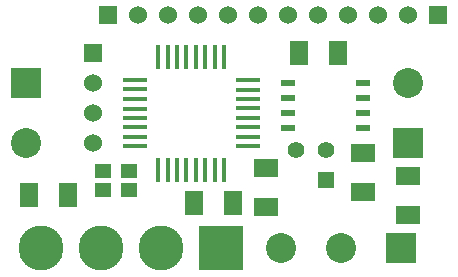
<source format=gbs>
G04 (created by PCBNEW (2013-dec-23)-stable) date Вт 14 апр 2015 12:36:29*
%MOIN*%
G04 Gerber Fmt 3.4, Leading zero omitted, Abs format*
%FSLAX34Y34*%
G01*
G70*
G90*
G04 APERTURE LIST*
%ADD10C,0.00590551*%
%ADD11R,0.0177X0.0787*%
%ADD12R,0.0787X0.0177*%
%ADD13R,0.045X0.02*%
%ADD14R,0.08X0.06*%
%ADD15R,0.06X0.08*%
%ADD16R,0.1X0.1*%
%ADD17C,0.1*%
%ADD18R,0.06X0.06*%
%ADD19C,0.06*%
%ADD20R,0.055X0.055*%
%ADD21C,0.055*%
%ADD22R,0.0551181X0.0472441*%
%ADD23C,0.15*%
%ADD24R,0.15X0.15*%
G04 APERTURE END LIST*
G54D10*
G54D11*
X47157Y-33146D03*
X47472Y-33146D03*
X47787Y-33146D03*
X48102Y-33146D03*
X48417Y-33146D03*
X48732Y-33146D03*
X49047Y-33146D03*
X49362Y-33146D03*
X49360Y-29380D03*
X47150Y-29380D03*
X47470Y-29380D03*
X47790Y-29380D03*
X48100Y-29380D03*
X48420Y-29380D03*
X48730Y-29380D03*
X49050Y-29380D03*
G54D12*
X50150Y-32362D03*
X50150Y-32048D03*
X50150Y-31732D03*
X50150Y-31418D03*
X50150Y-31102D03*
X50150Y-30788D03*
X50150Y-30472D03*
X50150Y-30158D03*
X46370Y-32360D03*
X46370Y-32050D03*
X46370Y-31730D03*
X46370Y-31420D03*
X46370Y-31110D03*
X46370Y-30790D03*
X46370Y-30470D03*
X46370Y-30150D03*
G54D13*
X54000Y-31750D03*
X54000Y-31250D03*
X54000Y-30750D03*
X54000Y-30250D03*
X51500Y-30250D03*
X51500Y-30750D03*
X51500Y-31250D03*
X51500Y-31750D03*
G54D14*
X50750Y-34400D03*
X50750Y-33100D03*
X54000Y-33900D03*
X54000Y-32600D03*
G54D15*
X42850Y-34000D03*
X44150Y-34000D03*
X49650Y-34250D03*
X48350Y-34250D03*
G54D16*
X55500Y-32250D03*
G54D17*
X55500Y-30250D03*
G54D16*
X42750Y-30250D03*
G54D17*
X42750Y-32250D03*
G54D18*
X56500Y-28000D03*
G54D19*
X55500Y-28000D03*
X54500Y-28000D03*
X53500Y-28000D03*
X52500Y-28000D03*
X51500Y-28000D03*
G54D18*
X45000Y-29250D03*
G54D19*
X45000Y-30250D03*
X45000Y-31250D03*
X45000Y-32250D03*
G54D15*
X51850Y-29250D03*
X53150Y-29250D03*
G54D18*
X45500Y-28000D03*
G54D19*
X46500Y-28000D03*
X47500Y-28000D03*
X48500Y-28000D03*
X49500Y-28000D03*
X50500Y-28000D03*
G54D20*
X52750Y-33500D03*
G54D21*
X52750Y-32500D03*
X51750Y-32500D03*
G54D22*
X46183Y-33814D03*
X45316Y-33814D03*
X46183Y-33185D03*
X45316Y-33185D03*
G54D14*
X55500Y-34650D03*
X55500Y-33350D03*
G54D23*
X47250Y-35750D03*
X45250Y-35750D03*
G54D24*
X49250Y-35750D03*
G54D23*
X43250Y-35750D03*
G54D16*
X55250Y-35750D03*
G54D17*
X53250Y-35750D03*
X51250Y-35750D03*
M02*

</source>
